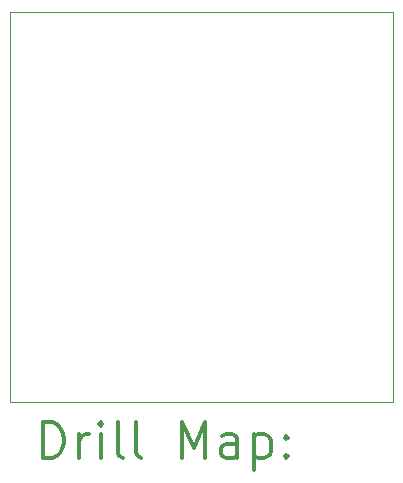
<source format=gbr>
%FSLAX45Y45*%
G04 Gerber Fmt 4.5, Leading zero omitted, Abs format (unit mm)*
G04 Created by KiCad (PCBNEW (5.1.5)-3) date 2020-06-20 17:59:58*
%MOMM*%
%LPD*%
G04 APERTURE LIST*
%TA.AperFunction,Profile*%
%ADD10C,0.100000*%
%TD*%
%ADD11C,0.200000*%
%ADD12C,0.300000*%
G04 APERTURE END LIST*
D10*
X16510000Y-8255000D02*
X13271500Y-8255000D01*
X16510000Y-11557000D02*
X13271500Y-11557000D01*
X13271500Y-11557000D02*
X13271500Y-8255000D01*
X16510000Y-11557000D02*
X16510000Y-8255000D01*
D11*
D12*
X13552928Y-12027714D02*
X13552928Y-11727714D01*
X13624357Y-11727714D01*
X13667214Y-11742000D01*
X13695786Y-11770571D01*
X13710071Y-11799143D01*
X13724357Y-11856286D01*
X13724357Y-11899143D01*
X13710071Y-11956286D01*
X13695786Y-11984857D01*
X13667214Y-12013429D01*
X13624357Y-12027714D01*
X13552928Y-12027714D01*
X13852928Y-12027714D02*
X13852928Y-11827714D01*
X13852928Y-11884857D02*
X13867214Y-11856286D01*
X13881500Y-11842000D01*
X13910071Y-11827714D01*
X13938643Y-11827714D01*
X14038643Y-12027714D02*
X14038643Y-11827714D01*
X14038643Y-11727714D02*
X14024357Y-11742000D01*
X14038643Y-11756286D01*
X14052928Y-11742000D01*
X14038643Y-11727714D01*
X14038643Y-11756286D01*
X14224357Y-12027714D02*
X14195786Y-12013429D01*
X14181500Y-11984857D01*
X14181500Y-11727714D01*
X14381500Y-12027714D02*
X14352928Y-12013429D01*
X14338643Y-11984857D01*
X14338643Y-11727714D01*
X14724357Y-12027714D02*
X14724357Y-11727714D01*
X14824357Y-11942000D01*
X14924357Y-11727714D01*
X14924357Y-12027714D01*
X15195786Y-12027714D02*
X15195786Y-11870571D01*
X15181500Y-11842000D01*
X15152928Y-11827714D01*
X15095786Y-11827714D01*
X15067214Y-11842000D01*
X15195786Y-12013429D02*
X15167214Y-12027714D01*
X15095786Y-12027714D01*
X15067214Y-12013429D01*
X15052928Y-11984857D01*
X15052928Y-11956286D01*
X15067214Y-11927714D01*
X15095786Y-11913429D01*
X15167214Y-11913429D01*
X15195786Y-11899143D01*
X15338643Y-11827714D02*
X15338643Y-12127714D01*
X15338643Y-11842000D02*
X15367214Y-11827714D01*
X15424357Y-11827714D01*
X15452928Y-11842000D01*
X15467214Y-11856286D01*
X15481500Y-11884857D01*
X15481500Y-11970571D01*
X15467214Y-11999143D01*
X15452928Y-12013429D01*
X15424357Y-12027714D01*
X15367214Y-12027714D01*
X15338643Y-12013429D01*
X15610071Y-11999143D02*
X15624357Y-12013429D01*
X15610071Y-12027714D01*
X15595786Y-12013429D01*
X15610071Y-11999143D01*
X15610071Y-12027714D01*
X15610071Y-11842000D02*
X15624357Y-11856286D01*
X15610071Y-11870571D01*
X15595786Y-11856286D01*
X15610071Y-11842000D01*
X15610071Y-11870571D01*
M02*

</source>
